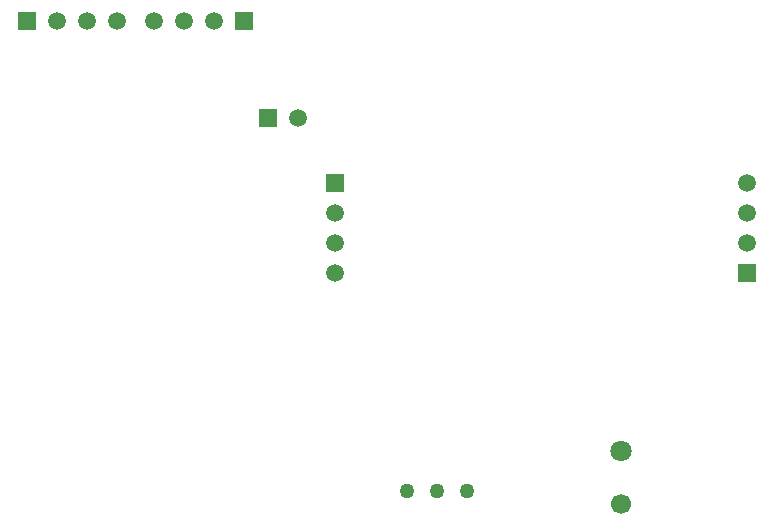
<source format=gbr>
%TF.GenerationSoftware,Altium Limited,Altium Designer,22.10.1 (41)*%
G04 Layer_Color=255*
%FSLAX45Y45*%
%MOMM*%
%TF.SameCoordinates,C9E4A285-3493-4599-8121-F693CE24ADE7*%
%TF.FilePolarity,Positive*%
%TF.FileFunction,Pads,Bot*%
%TF.Part,Single*%
G01*
G75*
%TA.AperFunction,ComponentPad*%
%ADD28C,1.27000*%
%ADD29C,1.50000*%
%ADD30R,1.50000X1.50000*%
%ADD31R,1.50000X1.50000*%
%ADD32C,1.80000*%
%ADD33C,1.70000*%
D28*
X3611880Y693420D02*
D03*
X3865880D02*
D03*
X4119880D02*
D03*
D29*
X2997200Y2540000D02*
D03*
Y2794000D02*
D03*
Y3048000D02*
D03*
X1470000Y4670000D02*
D03*
X1724000D02*
D03*
X1978000D02*
D03*
X1155700Y4673600D02*
D03*
X901700D02*
D03*
X647700D02*
D03*
X2687320Y3853180D02*
D03*
X6489700Y2794000D02*
D03*
Y3048000D02*
D03*
Y3302000D02*
D03*
D30*
X2997200D02*
D03*
X6489700Y2540000D02*
D03*
D31*
X2232000Y4670000D02*
D03*
X393700Y4673600D02*
D03*
X2433320Y3853180D02*
D03*
D32*
X5420000Y1030000D02*
D03*
D33*
Y580000D02*
D03*
%TF.MD5,01e8cbe2a0ba48d99ec8279ebdb80d7f*%
M02*

</source>
